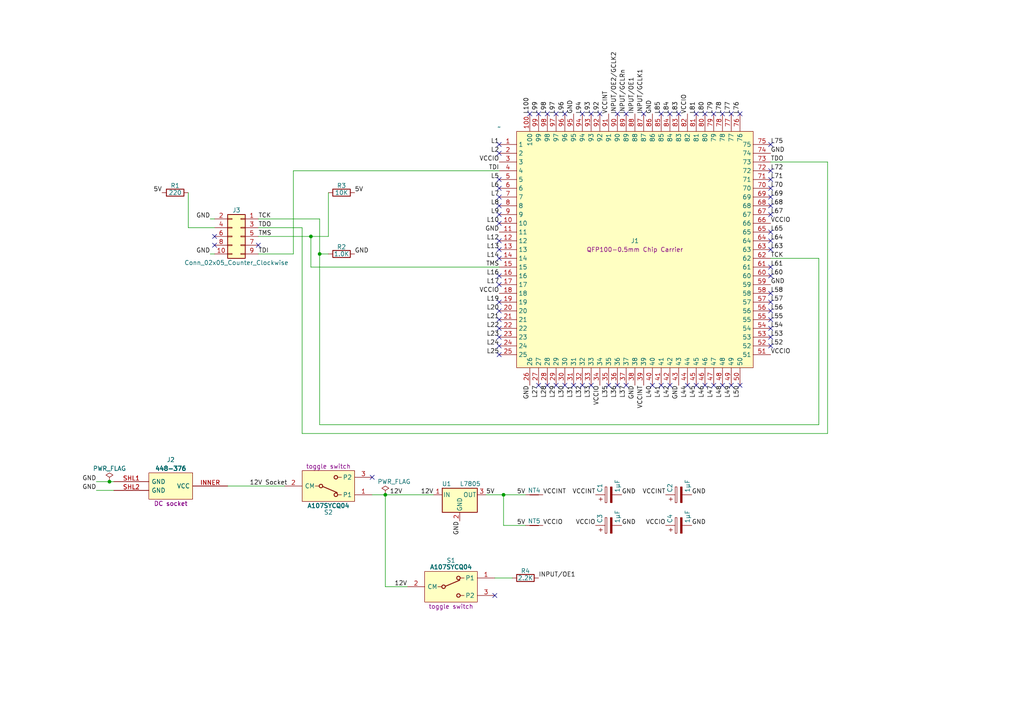
<source format=kicad_sch>
(kicad_sch (version 20231120) (generator "eeschema") (generator_version "8.0")
  (paper "A4")
  (title_block (title "EPM7160 Programmer") (date "2024-08-27") (rev "V0"))
  (lib_symbols
    (symbol "All_Socket:QFP100-0.5_Chip_Carrier"
      (property "Reference" "J" (at 39.37 -27.94 0))
      (property "Description" "QFP100-0.5mm Chip Carrier" (at 39.37 -30.48 0))
      (symbol "QFP100-0.5_Chip_Carrier_1_0"
        (pin passive line (at 0 0 0) (length 5.08) (name "1") (number "1"))
        (pin passive line (at 0 -22.86 0) (length 5.08) (name "10") (number "10"))
        (pin passive line (at 8.89 8.89 270) (length 5.08) (name "100") (number "100"))
        (pin passive line (at 0 -25.4 0) (length 5.08) (name "11") (number "11"))
        (pin passive line (at 0 -27.94 0) (length 5.08) (name "12") (number "12"))
        (pin passive line (at 0 -30.48 0) (length 5.08) (name "13") (number "13"))
        (pin passive line (at 0 -33.02 0) (length 5.08) (name "14") (number "14"))
        (pin passive line (at 0 -35.56 0) (length 5.08) (name "15") (number "15"))
        (pin passive line (at 0 -38.1 0) (length 5.08) (name "16") (number "16"))
        (pin passive line (at 0 -40.64 0) (length 5.08) (name "17") (number "17"))
        (pin passive line (at 0 -43.18 0) (length 5.08) (name "18") (number "18"))
        (pin passive line (at 0 -45.72 0) (length 5.08) (name "19") (number "19"))
        (pin passive line (at 0 -2.54 0) (length 5.08) (name "2") (number "2"))
        (pin passive line (at 0 -48.26 0) (length 5.08) (name "20") (number "20"))
        (pin passive line (at 0 -50.8 0) (length 5.08) (name "21") (number "21"))
        (pin passive line (at 0 -53.34 0) (length 5.08) (name "22") (number "22"))
        (pin passive line (at 0 -55.88 0) (length 5.08) (name "23") (number "23"))
        (pin passive line (at 0 -58.42 0) (length 5.08) (name "24") (number "24"))
        (pin passive line (at 0 -60.96 0) (length 5.08) (name "25") (number "25"))
        (pin passive line (at 8.89 -69.85 90) (length 5.08) (name "26") (number "26"))
        (pin passive line (at 11.43 -69.85 90) (length 5.08) (name "27") (number "27"))
        (pin passive line (at 13.97 -69.85 90) (length 5.08) (name "28") (number "28"))
        (pin passive line (at 16.51 -69.85 90) (length 5.08) (name "29") (number "29"))
        (pin passive line (at 0 -5.08 0) (length 5.08) (name "3") (number "3"))
        (pin passive line (at 19.05 -69.85 90) (length 5.08) (name "30") (number "30"))
        (pin passive line (at 21.59 -69.85 90) (length 5.08) (name "31") (number "31"))
        (pin passive line (at 24.13 -69.85 90) (length 5.08) (name "32") (number "32"))
        (pin passive line (at 26.67 -69.85 90) (length 5.08) (name "33") (number "33"))
        (pin passive line (at 29.21 -69.85 90) (length 5.08) (name "34") (number "34"))
        (pin passive line (at 31.75 -69.85 90) (length 5.08) (name "35") (number "35"))
        (pin passive line (at 34.29 -69.85 90) (length 5.08) (name "36") (number "36"))
        (pin passive line (at 36.83 -69.85 90) (length 5.08) (name "37") (number "37"))
        (pin passive line (at 39.37 -69.85 90) (length 5.08) (name "38") (number "38"))
        (pin passive line (at 41.91 -69.85 90) (length 5.08) (name "39") (number "39"))
        (pin passive line (at 0 -7.62 0) (length 5.08) (name "4") (number "4"))
        (pin passive line (at 44.45 -69.85 90) (length 5.08) (name "40") (number "40"))
        (pin passive line (at 46.99 -69.85 90) (length 5.08) (name "41") (number "41"))
        (pin passive line (at 49.53 -69.85 90) (length 5.08) (name "42") (number "42"))
        (pin passive line (at 52.07 -69.85 90) (length 5.08) (name "43") (number "43"))
        (pin passive line (at 54.61 -69.85 90) (length 5.08) (name "44") (number "44"))
        (pin passive line (at 57.15 -69.85 90) (length 5.08) (name "45") (number "45"))
        (pin passive line (at 59.69 -69.85 90) (length 5.08) (name "46") (number "46"))
        (pin passive line (at 62.23 -69.85 90) (length 5.08) (name "47") (number "47"))
        (pin passive line (at 64.77 -69.85 90) (length 5.08) (name "48") (number "48"))
        (pin passive line (at 67.31 -69.85 90) (length 5.08) (name "49") (number "49"))
        (pin passive line (at 0 -10.16 0) (length 5.08) (name "5") (number "5"))
        (pin passive line (at 69.85 -69.85 90) (length 5.08) (name "50") (number "50"))
        (pin passive line (at 78.74 -60.96 180) (length 5.08) (name "51") (number "51"))
        (pin passive line (at 78.74 -58.42 180) (length 5.08) (name "52") (number "52"))
        (pin passive line (at 78.74 -55.88 180) (length 5.08) (name "53") (number "53"))
        (pin passive line (at 78.74 -53.34 180) (length 5.08) (name "54") (number "54"))
        (pin passive line (at 78.74 -50.8 180) (length 5.08) (name "55") (number "55"))
        (pin passive line (at 78.74 -48.26 180) (length 5.08) (name "56") (number "56"))
        (pin passive line (at 78.74 -45.72 180) (length 5.08) (name "57") (number "57"))
        (pin passive line (at 78.74 -43.18 180) (length 5.08) (name "58") (number "58"))
        (pin passive line (at 78.74 -40.64 180) (length 5.08) (name "59") (number "59"))
        (pin passive line (at 0 -12.7 0) (length 5.08) (name "6") (number "6"))
        (pin passive line (at 78.74 -38.1 180) (length 5.08) (name "60") (number "60"))
        (pin passive line (at 78.74 -35.56 180) (length 5.08) (name "61") (number "61"))
        (pin passive line (at 78.74 -33.02 180) (length 5.08) (name "62") (number "62"))
        (pin passive line (at 78.74 -30.48 180) (length 5.08) (name "63") (number "63"))
        (pin passive line (at 78.74 -27.94 180) (length 5.08) (name "64") (number "64"))
        (pin passive line (at 78.74 -25.4 180) (length 5.08) (name "65") (number "65"))
        (pin passive line (at 78.74 -22.86 180) (length 5.08) (name "66") (number "66"))
        (pin passive line (at 78.74 -20.32 180) (length 5.08) (name "67") (number "67"))
        (pin passive line (at 78.74 -17.78 180) (length 5.08) (name "68") (number "68"))
        (pin passive line (at 78.74 -15.24 180) (length 5.08) (name "69") (number "69"))
        (pin passive line (at 0 -15.24 0) (length 5.08) (name "7") (number "7"))
        (pin passive line (at 78.74 -12.7 180) (length 5.08) (name "70") (number "70"))
        (pin passive line (at 78.74 -10.16 180) (length 5.08) (name "71") (number "71"))
        (pin passive line (at 78.74 -7.62 180) (length 5.08) (name "72") (number "72"))
        (pin passive line (at 78.74 -5.08 180) (length 5.08) (name "73") (number "73"))
        (pin passive line (at 78.74 -2.54 180) (length 5.08) (name "74") (number "74"))
        (pin passive line (at 78.74 0 180) (length 5.08) (name "75") (number "75"))
        (pin passive line (at 69.85 8.89 270) (length 5.08) (name "76") (number "76"))
        (pin passive line (at 67.31 8.89 270) (length 5.08) (name "77") (number "77"))
        (pin passive line (at 64.77 8.89 270) (length 5.08) (name "78") (number "78"))
        (pin passive line (at 62.23 8.89 270) (length 5.08) (name "79") (number "79"))
        (pin passive line (at 0 -17.78 0) (length 5.08) (name "8") (number "8"))
        (pin passive line (at 59.69 8.89 270) (length 5.08) (name "80") (number "80"))
        (pin passive line (at 57.15 8.89 270) (length 5.08) (name "81") (number "81"))
        (pin passive line (at 54.61 8.89 270) (length 5.08) (name "82") (number "82"))
        (pin passive line (at 52.07 8.89 270) (length 5.08) (name "83") (number "83"))
        (pin passive line (at 49.53 8.89 270) (length 5.08) (name "84") (number "84"))
        (pin passive line (at 46.99 8.89 270) (length 5.08) (name "85") (number "85"))
        (pin passive line (at 44.45 8.89 270) (length 5.08) (name "86") (number "86"))
        (pin passive line (at 41.91 8.89 270) (length 5.08) (name "87") (number "87"))
        (pin passive line (at 39.37 8.89 270) (length 5.08) (name "88") (number "88"))
        (pin passive line (at 36.83 8.89 270) (length 5.08) (name "89") (number "89"))
        (pin passive line (at 0 -20.32 0) (length 5.08) (name "9") (number "9"))
        (pin passive line (at 34.29 8.89 270) (length 5.08) (name "90") (number "90"))
        (pin passive line (at 31.75 8.89 270) (length 5.08) (name "91") (number "91"))
        (pin passive line (at 29.21 8.89 270) (length 5.08) (name "92") (number "92"))
        (pin passive line (at 26.67 8.89 270) (length 5.08) (name "93") (number "93"))
        (pin passive line (at 24.13 8.89 270) (length 5.08) (name "94") (number "94"))
        (pin passive line (at 21.59 8.89 270) (length 5.08) (name "95") (number "95"))
        (pin passive line (at 19.05 8.89 270) (length 5.08) (name "96") (number "96"))
        (pin passive line (at 16.51 8.89 270) (length 5.08) (name "97") (number "97"))
        (pin passive line (at 13.97 8.89 270) (length 5.08) (name "98") (number "98"))
        (pin passive line (at 11.43 8.89 270) (length 5.08) (name "99") (number "99"))
      )
      (symbol "QFP100-0.5_Chip_Carrier_1_1"
        (rectangle (start 5.08 3.81) (end 73.66 -64.77) (fill (type background)))
      )
    )
    (symbol "Connector_Generic:Conn_02x05_Odd_Even" (pin_names (offset 1.016) hide)
      (property "Reference" "J" (at 1.27 7.62 0))
      (property "Value" "Conn_02x05_Odd_Even" (at 1.27 -7.62 0))
      (symbol "Conn_02x05_Odd_Even_1_1"
        (rectangle (start -1.27 -4.953) (end 0 -5.207) (stroke (width 0.1524)))
        (rectangle (start -1.27 -2.413) (end 0 -2.667) (stroke (width 0.1524)))
        (rectangle (start -1.27 0.127) (end 0 -0.127) (stroke (width 0.1524)))
        (rectangle (start -1.27 2.667) (end 0 2.413) (stroke (width 0.1524)))
        (rectangle (start -1.27 5.207) (end 0 4.953) (stroke (width 0.1524)))
        (rectangle (start -1.27 6.35) (end 3.81 -6.35) (stroke (width 0.254)) (fill (type background)))
        (rectangle (start 3.81 -4.953) (end 2.54 -5.207) (stroke (width 0.1524)))
        (rectangle (start 3.81 -2.413) (end 2.54 -2.667) (stroke (width 0.1524)))
        (rectangle (start 3.81 0.127) (end 2.54 -0.127) (stroke (width 0.1524)))
        (rectangle (start 3.81 2.667) (end 2.54 2.413) (stroke (width 0.1524)))
        (rectangle (start 3.81 5.207) (end 2.54 4.953) (stroke (width 0.1524)))
        (pin passive line (at -5.08 5.08 0) (length 3.81) (name "Pin_1") (number "1"))
        (pin passive line (at 7.62 -5.08 180) (length 3.81) (name "Pin_10") (number "10"))
        (pin passive line (at 7.62 5.08 180) (length 3.81) (name "Pin_2") (number "2"))
        (pin passive line (at -5.08 2.54 0) (length 3.81) (name "Pin_3") (number "3"))
        (pin passive line (at 7.62 2.54 180) (length 3.81) (name "Pin_4") (number "4"))
        (pin passive line (at -5.08 0 0) (length 3.81) (name "Pin_5") (number "5"))
        (pin passive line (at 7.62 0 180) (length 3.81) (name "Pin_6") (number "6"))
        (pin passive line (at -5.08 -2.54 0) (length 3.81) (name "Pin_7") (number "7"))
        (pin passive line (at 7.62 -2.54 180) (length 3.81) (name "Pin_8") (number "8"))
        (pin passive line (at -5.08 -5.08 0) (length 3.81) (name "Pin_9") (number "9"))
      )
    )
    (symbol "Device:NetTie_2" (pin_numbers hide) (pin_names (offset 0) hide) (in_bom no)
      (property "Reference" "NT" (at 0 1.27 0))
      (property "Value" "NetTie_2" (at 0 -1.27 0))
      (symbol "NetTie_2_0_1"
        (polyline (pts (xy -1.27 0) (xy 1.27 0)) (stroke (width 0.254)))
      )
      (symbol "NetTie_2_1_1"
        (pin passive line (at -2.54 0 0) (length 2.54) (name "1") (number "1"))
        (pin passive line (at 2.54 0 180) (length 2.54) (name "2") (number "2"))
      )
    )
    (symbol "Device:R" (pin_numbers hide) (pin_names (offset 0))
      (property "Reference" "R" (at 2.032 0 90))
      (property "Value" "R" (at 0 0 90))
      (symbol "R_0_1"
        (rectangle (start -1.016 -2.54) (end 1.016 2.54) (stroke (width 0.254)))
      )
      (symbol "R_1_1"
        (pin passive line (at 0 3.81 270) (length 1.27) (name "~") (number "1"))
        (pin passive line (at 0 -3.81 90) (length 1.27) (name "~") (number "2"))
      )
    )
    (symbol "HCP65:C_Radial_D4.0mm_P2.00mm" (pin_numbers hide) (pin_names (offset 0.254))
      (property "Reference" "C" (at 0.635 2.54 0))
      (property "Value" "?μF" (at 0.635 -2.54 0))
      (symbol "C_Radial_D4.0mm_P2.00mm_0_1"
        (rectangle (start -2.286 0.508) (end 2.286 1.016))
        (polyline (pts (xy -1.778 2.286) (xy -0.762 2.286)))
        (polyline (pts (xy -1.27 2.794) (xy -1.27 1.778)))
        (rectangle (start 2.286 -0.508) (end -2.286 -1.016) (fill (type outline)))
      )
      (symbol "C_Radial_D4.0mm_P2.00mm_1_1"
        (pin passive line (at 0 3.81 270) (length 2.794) (name "~") (number "1"))
        (pin passive line (at 0 -3.81 90) (length 2.794) (name "~") (number "2"))
      )
    )
    (symbol "RS_Components:448-376" (pin_names (offset 0.762))
      (property "Reference" "J" (at 11.43 6.35 0))
      (property "Value" "448-376" (at 11.43 3.81 0))
      (property "Description" "DC socket" (at 11.43 -6.35 0))
      (symbol "448-376_0_1"
        (polyline (pts (xy 5.08 2.54) (xy 17.78 2.54) (xy 17.78 -5.08) (xy 5.08 -5.08) (xy 5.08 2.54)) (stroke (width 0.1524)) (fill (type background)))
      )
      (symbol "448-376_1_0"
        (pin passive line (at -5.08 -1.27 0) (length 10.16) (name "VCC") (number "INNER"))
        (pin passive line (at 27.94 0 180) (length 10.16) (name "GND") (number "SHL1"))
        (pin passive line (at 27.94 -2.54 180) (length 10.16) (name "GND") (number "SHL2"))
      )
    )
    (symbol "Regulator_Linear:L7805" (pin_names (offset 0.254))
      (property "Reference" "U" (at -3.81 3.175 0))
      (property "Value" "L7805" (at 0 3.175 0))
      (symbol "L7805_0_1"
        (rectangle (start -5.08 1.905) (end 5.08 -5.08) (stroke (width 0.254)) (fill (type background)))
      )
      (symbol "L7805_1_1"
        (pin power_in line (at -7.62 0 0) (length 2.54) (name "IN") (number "1"))
        (pin power_in line (at 0 -7.62 90) (length 2.54) (name "GND") (number "2"))
        (pin power_out line (at 7.62 0 180) (length 2.54) (name "OUT") (number "3"))
      )
    )
    (symbol "TE_Connectivity:A107SYCQ04" (pin_names (offset 0.762))
      (property "Reference" "S" (at 12.7 5.08 0))
      (property "Value" "A107SYCQ04" (at 12.7 3.175 0))
      (property "Description" "toggle switch" (at 12.7 -8.255 0))
      (symbol "A107SYCQ04_0_0"
        (pin passive line (at 25.4 0 180) (length 5.08) (name "P1") (number "1"))
        (pin passive line (at 0 -2.54 0) (length 5.08) (name "CM") (number "2"))
        (pin passive line (at 25.4 -5.08 180) (length 5.08) (name "P2") (number "3"))
      )
      (symbol "A107SYCQ04_0_1"
        (polyline (pts (xy 5.08 1.905) (xy 20.32 1.905) (xy 20.32 -6.985) (xy 5.08 -6.985) (xy 5.08 1.905)) (stroke (width 0.1524)) (fill (type background)))
      )
      (symbol "A107SYCQ04_1_1"
        (polyline (pts (xy 8.89 -2.54) (xy 9.906 -2.54)))
        (polyline (pts (xy 11.049 -2.413) (xy 15.24 -0.635)) (stroke (width 0.254)))
        (polyline (pts (xy 16.51 -5.08) (xy 15.494 -5.08)))
        (polyline (pts (xy 16.51 0) (xy 15.494 0)))
        (circle (center 10.541 -2.54) (radius 0.508) (stroke (width 0.254)))
        (circle (center 14.859 -5.08) (radius 0.508) (stroke (width 0.254)))
        (circle (center 14.859 0) (radius 0.508) (stroke (width 0.254)))
      )
    )
    (symbol "power:PWR_FLAG" (power) (pin_numbers hide) (pin_names (offset 0) hide)
      (property "Value" "PWR_FLAG" (at 0 3.81 0))
      (symbol "PWR_FLAG_0_0"
        (pin power_out line (at 0 0 90) (length 0) (name "~") (number "1"))
      )
      (symbol "PWR_FLAG_0_1"
        (polyline (pts (xy 0 0) (xy 0 1.27) (xy -1.016 1.905) (xy 0 2.54) (xy 1.016 1.905) (xy 0 1.27)))
      )
    )
  )
  (junction (at 90.17 68.58))
  (junction (at 31.75 139.7))
  (junction (at 92.71 73.66))
  (junction (at 146.05 143.51))
  (junction (at 111.76 143.51))
  (no_connect (at 153.67 33.02))
  (no_connect (at 223.52 59.69))
  (no_connect (at 144.78 87.63))
  (no_connect (at 223.52 90.17))
  (no_connect (at 223.52 62.23))
  (no_connect (at 161.29 111.76))
  (no_connect (at 144.78 52.07))
  (no_connect (at 223.52 77.47))
  (no_connect (at 204.47 33.02))
  (no_connect (at 144.78 41.91))
  (no_connect (at 144.78 92.71))
  (no_connect (at 196.85 33.02))
  (no_connect (at 223.52 49.53))
  (no_connect (at 212.09 33.02))
  (no_connect (at 223.52 57.15))
  (no_connect (at 144.78 102.87))
  (no_connect (at 144.78 59.69))
  (no_connect (at 179.07 33.02))
  (no_connect (at 173.99 33.02))
  (no_connect (at 144.78 54.61))
  (no_connect (at 214.63 33.02))
  (no_connect (at 161.29 33.02))
  (no_connect (at 144.78 97.79))
  (no_connect (at 181.61 33.02))
  (no_connect (at 107.95 138.43))
  (no_connect (at 166.37 111.76))
  (no_connect (at 201.93 33.02))
  (no_connect (at 209.55 111.76))
  (no_connect (at 223.52 72.39))
  (no_connect (at 144.78 62.23))
  (no_connect (at 144.78 69.85))
  (no_connect (at 223.52 87.63))
  (no_connect (at 144.78 95.25))
  (no_connect (at 223.52 97.79))
  (no_connect (at 144.78 64.77))
  (no_connect (at 62.23 71.12))
  (no_connect (at 144.78 100.33))
  (no_connect (at 194.31 111.76))
  (no_connect (at 156.21 33.02))
  (no_connect (at 191.77 111.76))
  (no_connect (at 201.93 111.76))
  (no_connect (at 223.52 67.31))
  (no_connect (at 223.52 100.33))
  (no_connect (at 223.52 69.85))
  (no_connect (at 143.51 172.72))
  (no_connect (at 168.91 111.76))
  (no_connect (at 158.75 111.76))
  (no_connect (at 207.01 33.02))
  (no_connect (at 144.78 90.17))
  (no_connect (at 214.63 111.76))
  (no_connect (at 189.23 111.76))
  (no_connect (at 144.78 72.39))
  (no_connect (at 144.78 82.55))
  (no_connect (at 181.61 111.76))
  (no_connect (at 212.09 111.76))
  (no_connect (at 62.23 68.58))
  (no_connect (at 209.55 33.02))
  (no_connect (at 168.91 33.02))
  (no_connect (at 194.31 33.02))
  (no_connect (at 223.52 54.61))
  (no_connect (at 144.78 44.45))
  (no_connect (at 163.83 33.02))
  (no_connect (at 158.75 33.02))
  (no_connect (at 176.53 111.76))
  (no_connect (at 171.45 33.02))
  (no_connect (at 179.07 111.76))
  (no_connect (at 144.78 57.15))
  (no_connect (at 204.47 111.76))
  (no_connect (at 199.39 111.76))
  (no_connect (at 186.69 33.02))
  (no_connect (at 223.52 92.71))
  (no_connect (at 223.52 85.09))
  (no_connect (at 156.21 111.76))
  (no_connect (at 74.93 71.12))
  (no_connect (at 144.78 80.01))
  (no_connect (at 207.01 111.76))
  (no_connect (at 223.52 52.07))
  (no_connect (at 163.83 111.76))
  (no_connect (at 223.52 41.91))
  (no_connect (at 191.77 33.02))
  (no_connect (at 171.45 111.76))
  (no_connect (at 223.52 80.01))
  (no_connect (at 223.52 95.25))
  (no_connect (at 144.78 74.93))
  (wire (pts (xy 144.78 49.53) (xy 85.09 49.53)))
  (wire (pts (xy 223.52 74.93) (xy 237.49 74.93)))
  (wire (pts (xy 85.09 49.53) (xy 85.09 73.66)))
  (wire (pts (xy 237.49 123.19) (xy 92.71 123.19)))
  (wire (pts (xy 90.17 77.47) (xy 144.78 77.47)))
  (wire (pts (xy 82.55 140.97) (xy 66.04 140.97)))
  (wire (pts (xy 31.75 139.7) (xy 33.02 139.7)))
  (wire (pts (xy 85.09 73.66) (xy 74.93 73.66)))
  (wire (pts (xy 54.61 66.04) (xy 62.23 66.04)))
  (wire (pts (xy 95.25 55.88) (xy 95.25 68.58)))
  (wire (pts (xy 74.93 68.58) (xy 90.17 68.58)))
  (wire (pts (xy 87.63 125.73) (xy 240.03 125.73)))
  (wire (pts (xy 111.76 143.51) (xy 107.95 143.51)))
  (wire (pts (xy 90.17 68.58) (xy 95.25 68.58)))
  (wire (pts (xy 92.71 73.66) (xy 92.71 63.5)))
  (wire (pts (xy 95.25 73.66) (xy 92.71 73.66)))
  (wire (pts (xy 152.4 152.4) (xy 146.05 152.4)))
  (wire (pts (xy 60.96 63.5) (xy 62.23 63.5)))
  (wire (pts (xy 240.03 125.73) (xy 240.03 46.99)))
  (wire (pts (xy 146.05 143.51) (xy 152.4 143.51)))
  (wire (pts (xy 148.59 167.64) (xy 143.51 167.64)))
  (wire (pts (xy 140.97 143.51) (xy 146.05 143.51)))
  (wire (pts (xy 111.76 170.18) (xy 118.11 170.18)))
  (wire (pts (xy 111.76 143.51) (xy 125.73 143.51)))
  (wire (pts (xy 90.17 68.58) (xy 90.17 77.47)))
  (wire (pts (xy 92.71 123.19) (xy 92.71 73.66)))
  (wire (pts (xy 74.93 66.04) (xy 87.63 66.04)))
  (wire (pts (xy 111.76 143.51) (xy 111.76 170.18)))
  (wire (pts (xy 74.93 63.5) (xy 92.71 63.5)))
  (wire (pts (xy 54.61 55.88) (xy 54.61 66.04)))
  (wire (pts (xy 223.52 46.99) (xy 240.03 46.99)))
  (wire (pts (xy 27.94 139.7) (xy 31.75 139.7)))
  (wire (pts (xy 60.96 73.66) (xy 62.23 73.66)))
  (wire (pts (xy 27.94 142.24) (xy 33.02 142.24)))
  (wire (pts (xy 237.49 74.93) (xy 237.49 123.19)))
  (wire (pts (xy 87.63 66.04) (xy 87.63 125.73)))
  (wire (pts (xy 146.05 152.4) (xy 146.05 143.51)))
  (label "L58" (at 223.52 85.09 0))
  (label "VCCINT" (at 157.48 143.51 0))
  (label "L21" (at 144.78 92.71 180))
  (label "12V" (at 125.73 143.51 180))
  (label "L55" (at 223.52 92.71 0))
  (label "L7" (at 144.78 57.15 180))
  (label "VCCIO" (at 172.72 152.4 180))
  (label "L19" (at 144.78 87.63 180))
  (label "L28" (at 158.75 111.76 270))
  (label "5V" (at 46.99 55.88 180))
  (label "L100" (at 153.67 33.02 90))
  (label "L40" (at 189.23 111.76 270))
  (label "VCCIO" (at 193.04 152.4 180))
  (label "L9" (at 144.78 62.23 180))
  (label "VCCIO" (at 199.39 33.02 90))
  (label "GND" (at 153.67 111.76 270))
  (label "5V" (at 152.4 152.4 180))
  (label "L5" (at 144.78 52.07 180))
  (label "TDO" (at 74.93 66.04 0))
  (label "INPUT{slash}GCLRn" (at 181.61 33.02 90))
  (label "L35" (at 176.53 111.76 270))
  (label "L25" (at 144.78 102.87 180))
  (label "VCCIO" (at 223.52 102.87 0))
  (label "L53" (at 223.52 97.79 0))
  (label "L56" (at 223.52 90.17 0))
  (label "GND" (at 102.87 73.66 0))
  (label "L64" (at 223.52 69.85 0))
  (label "L78" (at 209.55 33.02 90))
  (label "L76" (at 214.63 33.02 90))
  (label "L81" (at 201.93 33.02 90))
  (label "VCCINT" (at 176.53 33.02 90))
  (label "L22" (at 144.78 95.25 180))
  (label "GND" (at 189.23 33.02 90))
  (label "GND" (at 180.34 143.51 0))
  (label "L63" (at 223.52 72.39 0))
  (label "L45" (at 201.93 111.76 270))
  (label "GND" (at 200.66 152.4 0))
  (label "L44" (at 199.39 111.76 270))
  (label "GND" (at 60.96 63.5 180))
  (label "5V" (at 140.97 143.51 0))
  (label "L57" (at 223.52 87.63 0))
  (label "L33" (at 171.45 111.76 270))
  (label "L94" (at 168.91 33.02 90))
  (label "L24" (at 144.78 100.33 180))
  (label "VCCIO" (at 223.52 64.77 0))
  (label "L61" (at 223.52 77.47 0))
  (label "L41" (at 191.77 111.76 270))
  (label "L97" (at 161.29 33.02 90))
  (label "L36" (at 179.07 111.76 270))
  (label "INPUT{slash}OE2{slash}GCLK2" (at 179.07 33.02 90))
  (label "12V" (at 113.03 143.51 0))
  (label "L85" (at 191.77 33.02 90))
  (label "L98" (at 158.75 33.02 90))
  (label "L68" (at 223.52 59.69 0))
  (label "VCCIO" (at 144.78 46.99 180))
  (label "L2" (at 144.78 44.45 180))
  (label "L92" (at 173.99 33.02 90))
  (label "GND" (at 60.96 73.66 180))
  (label "L93" (at 171.45 33.02 90))
  (label "GND" (at 27.94 142.24 180))
  (label "L60" (at 223.52 80.01 0))
  (label "L75" (at 223.52 41.91 0))
  (label "L32" (at 168.91 111.76 270))
  (label "5V" (at 102.87 55.88 0))
  (label "L99" (at 156.21 33.02 90))
  (label "L14" (at 144.78 74.93 180))
  (label "12V" (at 118.11 170.18 180))
  (label "L17" (at 144.78 82.55 180))
  (label "L1" (at 144.78 41.91 180))
  (label "L71" (at 223.52 52.07 0))
  (label "L70" (at 223.52 54.61 0))
  (label "L8" (at 144.78 59.69 180))
  (label "VCCINT" (at 172.72 143.51 180))
  (label "TDI" (at 144.78 49.53 180))
  (label "L48" (at 209.55 111.76 270))
  (label "VCCIO" (at 157.48 152.4 0))
  (label "L6" (at 144.78 54.61 180))
  (label "VCCIO" (at 173.99 111.76 270))
  (label "INPUT{slash}GCLK1" (at 186.69 33.02 90))
  (label "VCCIO" (at 144.78 85.09 180))
  (label "L69" (at 223.52 57.15 0))
  (label "L29" (at 161.29 111.76 270))
  (label "L54" (at 223.52 95.25 0))
  (label "L79" (at 207.01 33.02 90))
  (label "L84" (at 194.31 33.02 90))
  (label "L31" (at 166.37 111.76 270))
  (label "L12" (at 144.78 69.85 180))
  (label "GND" (at 200.66 143.51 0))
  (label "GND" (at 166.37 33.02 90))
  (label "GND" (at 223.52 44.45 0))
  (label "GND" (at 184.15 111.76 270))
  (label "TMS" (at 74.93 68.58 0))
  (label "L37" (at 181.61 111.76 270))
  (label "L47" (at 207.01 111.76 270))
  (label "TMS" (at 144.78 77.47 180))
  (label "INPUT{slash}OE1" (at 184.15 33.02 90))
  (label "TCK" (at 74.93 63.5 0))
  (label "INPUT{slash}OE1" (at 156.21 167.64 0))
  (label "L20" (at 144.78 90.17 180))
  (label "L30" (at 163.83 111.76 270))
  (label "L27" (at 156.21 111.76 270))
  (label "VCCINT" (at 186.69 111.76 270))
  (label "L96" (at 163.83 33.02 90))
  (label "L77" (at 212.09 33.02 90))
  (label "5V" (at 152.4 143.51 180))
  (label "TDI" (at 74.93 73.66 0))
  (label "L65" (at 223.52 67.31 0))
  (label "L10" (at 144.78 64.77 180))
  (label "L46" (at 204.47 111.76 270))
  (label "TCK" (at 223.52 74.93 0))
  (label "VCCINT" (at 193.04 143.51 180))
  (label "L80" (at 204.47 33.02 90))
  (label "L42" (at 194.31 111.76 270))
  (label "L13" (at 144.78 72.39 180))
  (label "12V Socket" (at 72.39 140.97 0))
  (label "L50" (at 214.63 111.76 270))
  (label "L67" (at 223.52 62.23 0))
  (label "GND" (at 133.35 151.13 270))
  (label "TDO" (at 223.52 46.99 0))
  (label "GND" (at 27.94 139.7 180))
  (label "L72" (at 223.52 49.53 0))
  (label "L49" (at 212.09 111.76 270))
  (label "L83" (at 196.85 33.02 90))
  (label "GND" (at 144.78 67.31 180))
  (label "GND" (at 196.85 111.76 270))
  (label "L52" (at 223.52 100.33 0))
  (label "L23" (at 144.78 97.79 180))
  (label "GND" (at 180.34 152.4 0))
  (label "GND" (at 223.52 82.55 0))
  (label "L16" (at 144.78 80.01 180))
  (symbol (lib_id "Device:NetTie_2") (at 154.94 143.51 0) (unit 1) (in_bom no)
    (property "Reference" "NT4" (at 154.94 142.24 0))
    (property "Value" "NetTie_2" (effects (hide yes)))
    (property "Footprint" "NetTie:NetTie-2_SMD_Pad0.5mm" (effects (hide yes)))
    (property "Description" "Net tie, 2 pins" (effects (hide yes)))
  )
  (symbol (lib_id "power:PWR_FLAG") (at 31.75 139.7 0) (mirror y) (unit 1)
    (property "Reference" "#FLG02" (effects (hide yes)))
    (property "Value" "PWR_FLAG" (at 31.75 135.89 0))
    (property "Description" "Special symbol for telling ERC where power comes from" (effects (hide yes)))
  )
  (symbol (lib_id "Device:NetTie_2") (at 154.94 152.4 0) (unit 1) (in_bom no)
    (property "Reference" "NT5" (at 154.94 151.13 0))
    (property "Value" "NetTie_2" (effects (hide yes)))
    (property "Footprint" "NetTie:NetTie-2_SMD_Pad0.5mm" (effects (hide yes)))
    (property "Description" "Net tie, 2 pins" (effects (hide yes)))
  )
  (symbol (lib_id "HCP65:C_Radial_D4.0mm_P2.00mm") (at 196.85 143.51 90) (unit 1)
    (property "Reference" "C2" (at 194.31 142.875 0) (effects (justify left)))
    (property "Value" "1μF" (at 199.39 142.875 0) (effects (justify left)))
    (property "Footprint" "SamacSys_Parts:CP_Radial_D4.0mm_P2.00mm" (effects (hide yes)))
  )
  (symbol (lib_id "Connector_Generic:Conn_02x05_Odd_Even") (at 69.85 68.58 0) (mirror y) (unit 1)
    (property "Reference" "J3" (at 68.58 60.96 0))
    (property "Value" "Conn_02x05_Counter_Clockwise" (at 68.58 76.2 0))
    (property "Footprint" "Connector_PinHeader_2.54mm:PinHeader_2x05_P2.54mm_Vertical" (effects (hide yes)))
    (property "Description" "Generic connector, double row, 02x05, odd/even pin numbering scheme (row 1 odd numbers, row 2 even numbers), script generated (kicad-library-utils/schlib/autogen/connector/)" (effects (hide yes)))
  )
  (symbol (lib_id "TE_Connectivity:A107SYCQ04") (at 82.55 143.51 0) (mirror x) (unit 1)
    (property "Reference" "S2" (at 95.25 148.59 0))
    (property "Value" "A107SYCQ04" (at 95.25 146.685 0) (effects (font (bold yes))))
    (property "Footprint" "SamacSys_Parts:A107SYCQ04" (effects (hide yes)))
    (property "Datasheet" "https://www.te.com/commerce/DocumentDelivery/DDEController?Action=showdoc&DocId=Customer+Drawing%7F1825137%7FA8%7Fpdf%7FEnglish%7FENG_CD_1825137_A8.pdf%7F5-1825137-1" (effects (hide yes)))
    (property "Description" "toggle switch" (at 95.25 135.255 0))
    (property "Height" "28.194" (effects (hide yes)))
    (property "Manufacturer_Name" "TE Connectivity" (effects (hide yes)))
    (property "Manufacturer_Part_Number" "A107SYCQ04" (effects (hide yes)))
    (property "Mouser Part Number" "506-5-1825137-1" (effects (hide yes)))
    (property "Mouser Price/Stock" "https://www.mouser.co.uk/ProductDetail/TE-Connectivity-AMP/A107SYCQ04?qs=9WkjXeXHXGz78jldEjGFKg%3D%3D" (effects (hide yes)))
    (property "Garbage" "Toggle Switches SP ON-OFF-(ON) BAT PC TOGGLE SWITCH" (effects (hide yes)))
  )
  (symbol (lib_id "HCP65:C_Radial_D4.0mm_P2.00mm") (at 176.53 152.4 90) (unit 1)
    (property "Reference" "C3" (at 173.99 151.765 0) (effects (justify left)))
    (property "Value" "1μF" (at 179.07 151.765 0) (effects (justify left)))
    (property "Footprint" "SamacSys_Parts:CP_Radial_D4.0mm_P2.00mm" (effects (hide yes)))
  )
  (symbol (lib_id "HCP65:C_Radial_D4.0mm_P2.00mm") (at 196.85 152.4 90) (unit 1)
    (property "Reference" "C4" (at 194.31 151.765 0) (effects (justify left)))
    (property "Value" "1μF" (at 199.39 151.765 0) (effects (justify left)))
    (property "Footprint" "SamacSys_Parts:CP_Radial_D4.0mm_P2.00mm" (effects (hide yes)))
  )
  (symbol (lib_id "Regulator_Linear:L7805") (at 133.35 143.51 0) (unit 1)
    (property "Reference" "U1" (at 129.54 140.335 0))
    (property "Value" "L7805" (at 133.35 140.335 0) (effects (justify left)))
    (property "Footprint" "SamacSys_Parts:TO-220-3_Vertical" (effects (hide yes)))
    (property "Datasheet" "http://www.st.com/content/ccc/resource/technical/document/datasheet/41/4f/b3/b0/12/d4/47/88/CD00000444.pdf/files/CD00000444.pdf/jcr:content/translations/en.CD00000444.pdf" (effects (hide yes)))
    (property "Description" "Positive 1.5A 35V Linear Regulator, Fixed Output 5V, TO-220/TO-263/TO-252" (effects (hide yes)))
  )
  (symbol (lib_id "HCP65:C_Radial_D4.0mm_P2.00mm") (at 176.53 143.51 90) (unit 1)
    (property "Reference" "C1" (at 173.99 142.875 0) (effects (justify left)))
    (property "Value" "1μF" (at 179.07 142.875 0) (effects (justify left)))
    (property "Footprint" "SamacSys_Parts:CP_Radial_D4.0mm_P2.00mm" (effects (hide yes)))
  )
  (symbol (lib_id "TE_Connectivity:A107SYCQ04") (at 118.11 167.64 0) (unit 1)
    (property "Reference" "S1" (at 130.81 162.56 0))
    (property "Value" "A107SYCQ04" (at 130.81 164.465 0) (effects (font (bold yes))))
    (property "Footprint" "SamacSys_Parts:A107SYCQ04" (effects (hide yes)))
    (property "Datasheet" "https://www.te.com/commerce/DocumentDelivery/DDEController?Action=showdoc&DocId=Customer+Drawing%7F1825137%7FA8%7Fpdf%7FEnglish%7FENG_CD_1825137_A8.pdf%7F5-1825137-1" (effects (hide yes)))
    (property "Description" "toggle switch" (at 130.81 175.895 0))
    (property "Height" "28.194" (effects (hide yes)))
    (property "Manufacturer_Name" "TE Connectivity" (effects (hide yes)))
    (property "Manufacturer_Part_Number" "A107SYCQ04" (effects (hide yes)))
    (property "Mouser Part Number" "506-5-1825137-1" (effects (hide yes)))
    (property "Mouser Price/Stock" "https://www.mouser.co.uk/ProductDetail/TE-Connectivity-AMP/A107SYCQ04?qs=9WkjXeXHXGz78jldEjGFKg%3D%3D" (effects (hide yes)))
    (property "Garbage" "Toggle Switches SP ON-OFF-(ON) BAT PC TOGGLE SWITCH" (effects (hide yes)))
  )
  (symbol (lib_id "Device:R") (at 99.06 55.88 270) (mirror x) (unit 1)
    (property "Reference" "R3" (at 99.06 53.848 90))
    (property "Value" "10K" (at 99.06 55.88 90))
    (property "Footprint" "Resistor_THT:R_Axial_DIN0207_L6.3mm_D2.5mm_P7.62mm_Horizontal" (effects (hide yes)))
    (property "Description" "Resistor" (effects (hide yes)))
  )
  (symbol (lib_id "Device:R") (at 99.06 73.66 270) (mirror x) (unit 1)
    (property "Reference" "R2" (at 99.06 71.628 90))
    (property "Value" "1.0K" (at 99.06 73.66 90))
    (property "Footprint" "Resistor_THT:R_Axial_DIN0207_L6.3mm_D2.5mm_P7.62mm_Horizontal" (effects (hide yes)))
    (property "Description" "Resistor" (effects (hide yes)))
  )
  (symbol (lib_id "power:PWR_FLAG") (at 111.76 143.51 0) (mirror y) (unit 1)
    (property "Reference" "#FLG01" (effects (hide yes)))
    (property "Value" "PWR_FLAG" (at 114.3 139.7 0))
    (property "Description" "Special symbol for telling ERC where power comes from" (effects (hide yes)))
  )
  (symbol (lib_id "Device:R") (at 152.4 167.64 90) (unit 1)
    (property "Reference" "R4" (at 152.4 165.608 90))
    (property "Value" "2.2K" (at 152.4 167.64 90))
    (property "Footprint" "Resistor_THT:R_Axial_DIN0207_L6.3mm_D2.5mm_P7.62mm_Horizontal" (effects (hide yes)))
    (property "Description" "Resistor" (effects (hide yes)))
  )
  (symbol (lib_id "Device:R") (at 50.8 55.88 270) (mirror x) (unit 1)
    (property "Reference" "R1" (at 50.8 53.848 90))
    (property "Value" "220" (at 50.8 55.88 90))
    (property "Footprint" "Resistor_THT:R_Axial_DIN0309_L9.0mm_D3.2mm_P12.70mm_Horizontal" (effects (hide yes)))
    (property "Description" "Resistor" (effects (hide yes)))
  )
  (symbol (lib_id "All_Socket:QFP100-0.5_Chip_Carrier") (at 144.78 41.91 0) (unit 1)
    (property "Reference" "J1" (at 184.15 69.85 0))
    (property "Value" "~" (at 144.78 36.83 0))
    (property "Footprint" "SamacSys_Parts:AllSocket-QFP-100-14X14-0.5-Clamshell" (effects (hide yes)))
    (property "Description" "QFP100-0.5mm Chip Carrier" (at 184.15 72.39 0))
  )
  (symbol (lib_id "RS_Components:448-376") (at 60.96 139.7 0) (mirror y) (unit 1)
    (property "Reference" "J2" (at 49.53 133.35 0))
    (property "Value" "448-376" (at 49.53 135.89 0) (effects (font (bold yes))))
    (property "Footprint" "SamacSys_Parts:448376" (effects (hide yes)))
    (property "Datasheet" "https://docs.rs-online.com/902a/0900766b81582446.pdf" (effects (hide yes)))
    (property "Description" "DC socket" (at 49.53 146.05 0))
    (property "Height" "11" (effects (hide yes)))
    (property "Manufacturer_Name" "RS Components" (effects (hide yes)))
    (property "Manufacturer_Part_Number" "448-376" (effects (hide yes)))
  )
)
</source>
